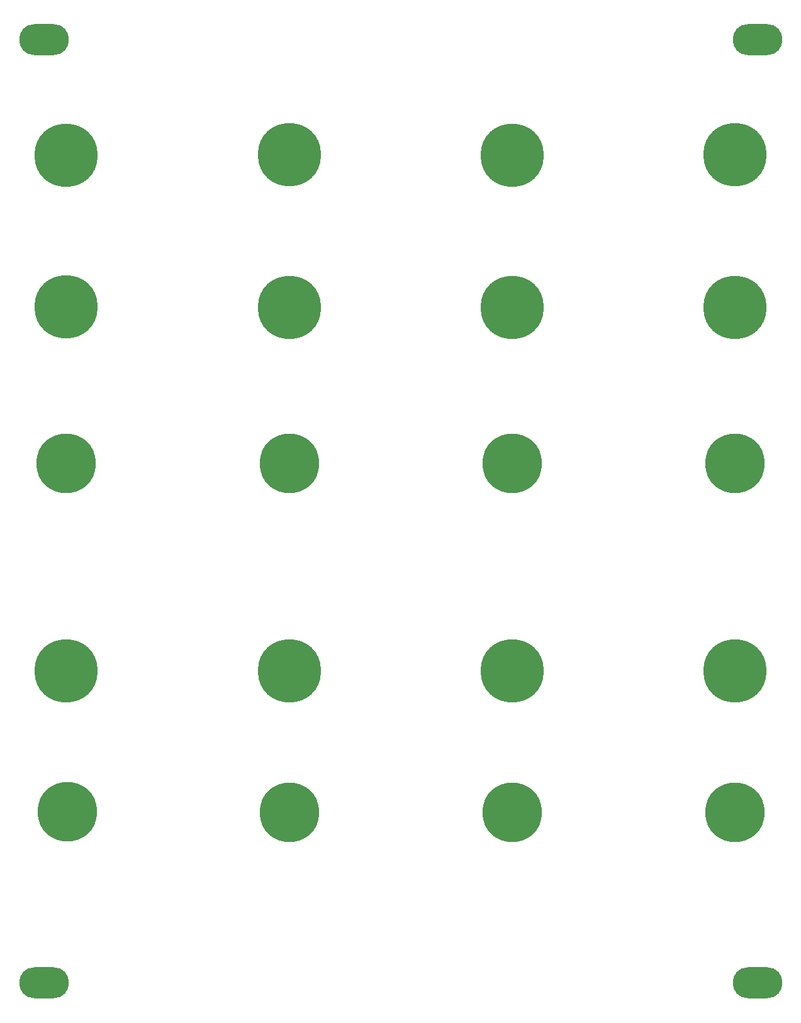
<source format=gbl>
G04 #@! TF.GenerationSoftware,KiCad,Pcbnew,(6.0.0)*
G04 #@! TF.CreationDate,2022-03-25T16:36:21+01:00*
G04 #@! TF.ProjectId,Drumbox,4472756d-626f-4782-9e6b-696361645f70,rev?*
G04 #@! TF.SameCoordinates,Original*
G04 #@! TF.FileFunction,Copper,L2,Bot*
G04 #@! TF.FilePolarity,Positive*
%FSLAX46Y46*%
G04 Gerber Fmt 4.6, Leading zero omitted, Abs format (unit mm)*
G04 Created by KiCad (PCBNEW (6.0.0)) date 2022-03-25 16:36:21*
%MOMM*%
%LPD*%
G01*
G04 APERTURE LIST*
G04 #@! TA.AperFunction,ComponentPad*
%ADD10O,6.700000X4.200000*%
G04 #@! TD*
G04 #@! TA.AperFunction,ViaPad*
%ADD11C,8.000000*%
G04 #@! TD*
G04 #@! TA.AperFunction,ViaPad*
%ADD12C,8.500000*%
G04 #@! TD*
G04 APERTURE END LIST*
D10*
X86100000Y-157500000D03*
X182100000Y-30500000D03*
X86100000Y-30500000D03*
X182100000Y-157500000D03*
D11*
X89200000Y-134450000D03*
D12*
X119099327Y-45990916D03*
X149092606Y-45998655D03*
X89100000Y-115500000D03*
D11*
X149097644Y-134497644D03*
X149100000Y-87500000D03*
X119089232Y-87492932D03*
X179092586Y-134491588D03*
D12*
X89084521Y-45998309D03*
X119094632Y-66498991D03*
X179086537Y-45997983D03*
D11*
X179100000Y-87500000D03*
D12*
X149090244Y-115496639D03*
X149097977Y-66496300D03*
X119095066Y-115496300D03*
X179098766Y-66497533D03*
D11*
X119099999Y-134491588D03*
D12*
X179085173Y-115498991D03*
X89078457Y-66472408D03*
D11*
X89091588Y-87488900D03*
M02*

</source>
